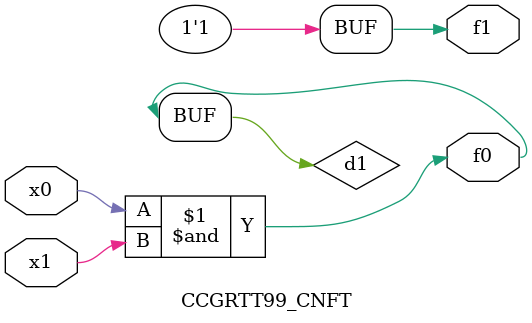
<source format=v>
module CCGRTT99_CNFT(
	input x0, x1,
	output f0, f1
);

	wire d1;

	assign f0 = d1;
	and (d1, x0, x1);
	assign f1 = 1'b1;
endmodule

</source>
